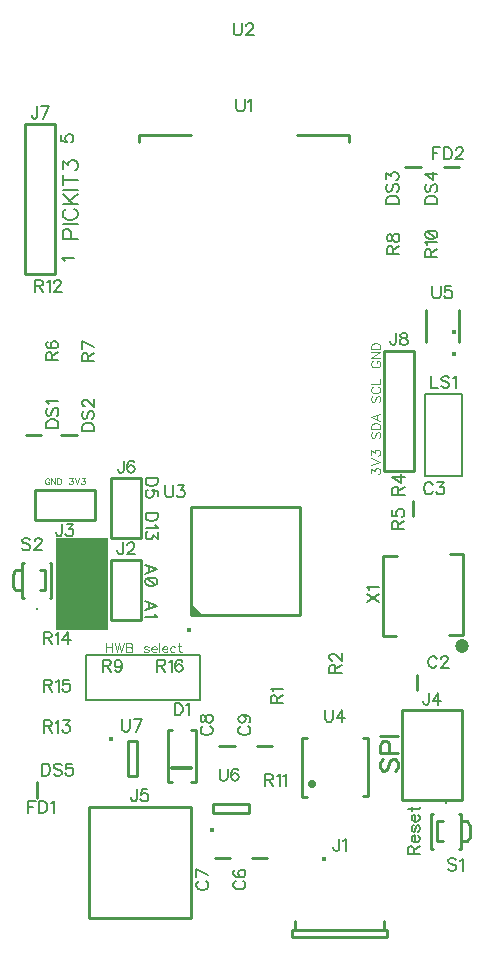
<source format=gbr>
G04 DipTrace 3.0.0.2*
G04 TopSilk.gbr*
%MOIN*%
G04 #@! TF.FileFunction,Legend,Top*
G04 #@! TF.Part,Single*
%ADD10C,0.01*%
%ADD23C,0.005*%
%ADD28C,0.011811*%
%ADD32C,0.015748*%
%ADD43C,0.005906*%
%ADD50C,0.015313*%
%ADD53C,0.027559*%
%ADD55C,0.015753*%
%ADD57C,0.015401*%
%ADD59C,0.015396*%
%ADD61C,0.047249*%
%ADD120C,0.006176*%
%ADD121C,0.004632*%
%ADD122C,0.009264*%
%ADD123C,0.003088*%
%ADD124C,0.00772*%
%FSLAX26Y26*%
G04*
G70*
G90*
G75*
G01*
G04 TopSilk*
%LPD*%
X1719664Y1172461D2*
D10*
Y1223602D1*
X1705491Y1751726D2*
Y1802867D1*
X1169573Y611963D2*
X1220715D1*
X1046214D2*
X1097356D1*
X1111135Y986331D2*
X1059993D1*
X1237251Y984887D2*
X1186109D1*
X903809Y867006D2*
X888058D1*
Y1040212D1*
X903809D1*
X966795D2*
X982546D1*
Y867006D1*
X966795D1*
Y914231D2*
D28*
X903809D1*
X465882Y2022820D2*
D10*
X414740D1*
X584882Y2021320D2*
X533740D1*
X1679810Y2915596D2*
X1730951D1*
X1808812Y2916121D2*
X1859954D1*
X452252Y814062D2*
Y865203D1*
X1610367Y403952D2*
Y374423D1*
X1301312D2*
X1620210D1*
X1301312D2*
Y350810D1*
D32*
X1409580Y610655D3*
X1311155Y403952D2*
D10*
Y374423D1*
X1620210D2*
Y350810D1*
X1301312D2*
X1620210D1*
X699606Y1406562D2*
X799606D1*
X699606Y1606562D2*
Y1406562D1*
Y1606562D2*
X799606D1*
Y1406562D1*
X444751Y1839370D2*
Y1739370D1*
X644751Y1839370D2*
X444751D1*
X644751D2*
Y1739370D1*
X444751D1*
X1670041Y805512D2*
X1870041D1*
Y1105512D1*
X1670041D1*
Y805512D1*
X624349Y782919D2*
X965294D1*
Y411659D1*
X624349D1*
Y782919D1*
X800656Y1878609D2*
X700656D1*
X800656Y1678609D2*
Y1878609D1*
Y1678609D2*
X700656D1*
Y1878609D1*
X513517Y3059318D2*
X413517D1*
X513517Y2559318D2*
Y3059318D1*
X413517Y2559318D2*
Y3059318D1*
X513517Y2559318D2*
X413517D1*
X1709186Y2304199D2*
X1609186D1*
X1709186Y1904199D2*
Y2304199D1*
X1609186Y1904199D2*
Y2304199D1*
X1709186Y1904199D2*
X1609186D1*
X1870341Y2161089D2*
D43*
X1744357D1*
Y1885499D1*
X1870341D1*
Y2161089D1*
X1786831Y735049D2*
D10*
Y668124D1*
X1767152Y760666D2*
Y642543D1*
X1865573Y760666D2*
Y642543D1*
X1786831Y668124D2*
X1806523D1*
X1786831Y735049D2*
X1806523D1*
X1767152Y642543D2*
X1773064D1*
X1767152Y760666D2*
X1773064D1*
X1865573Y642543D2*
X1859675D1*
X1865573Y760666D2*
X1859675D1*
X1865573Y735049D2*
X1887236D1*
X1895105Y719302D1*
Y683889D1*
X1865573Y668124D2*
X1887236D1*
X1895105Y683889D1*
D28*
X1816369Y796107D3*
X480715Y1504590D2*
D10*
Y1571516D1*
X500394Y1478973D2*
Y1597096D1*
X401972Y1478973D2*
Y1597096D1*
X480715Y1571516D2*
X461023D1*
X480715Y1504590D2*
X461023D1*
X500394Y1597096D2*
X494482D1*
X500394Y1478973D2*
X494482D1*
X401972Y1597096D2*
X407871D1*
X401972Y1478973D2*
X407871D1*
X401972Y1504590D2*
X380310D1*
X372441Y1520337D1*
Y1555750D1*
X401972Y1571516D2*
X380310D1*
X372441Y1555750D1*
D28*
X451177Y1443533D3*
X965717Y3023697D2*
D10*
X791750D1*
Y2999842D1*
X1319713Y3023697D2*
X1491715D1*
Y2999842D1*
X967210Y1422197D2*
X1329377D1*
Y1784364D1*
X967210D1*
Y1422197D1*
D50*
X959714Y1374249D3*
G36*
X967210Y1422197D2*
X1006565D1*
X967210Y1461552D1*
Y1422197D1*
G37*
X1351634Y1011930D2*
D10*
X1335892D1*
Y815104D1*
X1351634D1*
X1540623Y1011930D2*
X1556365D1*
Y819040D1*
X1540623D1*
D53*
X1369360Y860362D3*
X1858727Y2332879D2*
D10*
Y2438904D1*
X1748491Y2332879D2*
Y2438904D1*
D55*
X1842980Y2366212D3*
Y2291405D3*
D57*
X1035291Y707128D3*
X1040553Y761193D2*
D10*
X1158661D1*
X1040553Y792684D2*
X1158661D1*
Y761193D2*
Y792684D1*
X1040553Y761193D2*
Y792684D1*
D59*
X700034Y1008279D3*
X754102Y1003016D2*
D10*
Y884908D1*
X785594Y1003016D2*
Y884908D1*
X754102D2*
X785594D1*
X754102Y1003016D2*
X785594D1*
X1648430Y1353263D2*
X1605118D1*
Y1621004D1*
X1648430D1*
X1652367D1*
X1829521Y1624920D2*
X1872833D1*
Y1357217D1*
X1829521D1*
X1825584D1*
D61*
X1868895Y1317852D3*
X614173Y1288845D2*
D23*
X994619D1*
Y1138583D1*
X614173D1*
Y1288845D1*
G36*
X514304Y1677953D2*
X689764D1*
Y1371785D1*
X514304D1*
Y1677953D1*
G37*
X1785316Y1276587D2*
D120*
X1783414Y1280389D1*
X1779568Y1284236D1*
X1775765Y1286138D1*
X1768116D1*
X1764269Y1284236D1*
X1760466Y1280389D1*
X1758521Y1276587D1*
X1756620Y1270839D1*
Y1261244D1*
X1758521Y1255540D1*
X1760466Y1251694D1*
X1764269Y1247891D1*
X1768116Y1245946D1*
X1775765D1*
X1779568Y1247891D1*
X1783414Y1251694D1*
X1785316Y1255540D1*
X1799613Y1276543D2*
Y1278444D1*
X1801514Y1282291D1*
X1803415Y1284192D1*
X1807262Y1286093D1*
X1814911D1*
X1818714Y1284192D1*
X1820615Y1282291D1*
X1822560Y1278444D1*
Y1274641D1*
X1820615Y1270795D1*
X1816812Y1265091D1*
X1797667Y1245946D1*
X1824462D1*
X1771142Y1855852D2*
X1769241Y1859655D1*
X1765394Y1863501D1*
X1761592Y1865403D1*
X1753943D1*
X1750096Y1863501D1*
X1746293Y1859655D1*
X1744348Y1855852D1*
X1742446Y1850104D1*
Y1840509D1*
X1744348Y1834805D1*
X1746293Y1830959D1*
X1750096Y1827156D1*
X1753943Y1825211D1*
X1761592D1*
X1765394Y1827156D1*
X1769241Y1830959D1*
X1771142Y1834805D1*
X1787341Y1865358D2*
X1808343D1*
X1796891Y1850060D1*
X1802639D1*
X1806442Y1848159D1*
X1808343Y1846257D1*
X1810288Y1840509D1*
Y1836707D1*
X1808343Y1830959D1*
X1804540Y1827112D1*
X1798792Y1825211D1*
X1793044D1*
X1787341Y1827112D1*
X1785439Y1829057D1*
X1783494Y1832860D1*
X1116589Y536834D2*
X1112786Y534933D1*
X1108940Y531086D1*
X1107038Y527284D1*
Y519635D1*
X1108940Y515788D1*
X1112786Y511985D1*
X1116589Y510040D1*
X1122337Y508138D1*
X1131932D1*
X1137636Y510040D1*
X1141482Y511985D1*
X1145285Y515788D1*
X1147230Y519635D1*
Y527284D1*
X1145285Y531086D1*
X1141482Y534933D1*
X1137636Y536834D1*
X1112786Y572134D2*
X1108984Y570232D1*
X1107083Y564484D1*
Y560682D1*
X1108984Y554934D1*
X1114732Y551087D1*
X1124282Y549186D1*
X1133833D1*
X1141482Y551087D1*
X1145329Y554934D1*
X1147230Y560682D1*
Y562583D1*
X1145329Y568287D1*
X1141482Y572134D1*
X1135734Y574035D1*
X1133833D1*
X1128085Y572134D1*
X1124282Y568287D1*
X1122381Y562583D1*
Y560682D1*
X1124282Y554934D1*
X1128085Y551087D1*
X1133833Y549186D1*
X993229Y535862D2*
X989427Y533960D1*
X985580Y530114D1*
X983679Y526311D1*
Y518662D1*
X985580Y514815D1*
X989427Y511012D1*
X993229Y509067D1*
X998977Y507166D1*
X1008572D1*
X1014276Y509067D1*
X1018123Y511012D1*
X1021925Y514815D1*
X1023871Y518662D1*
Y526311D1*
X1021925Y530114D1*
X1018123Y533960D1*
X1014276Y535862D1*
X1023871Y555862D2*
X983723Y575008D1*
Y548213D1*
X1007009Y1052004D2*
X1003206Y1050103D1*
X999360Y1046256D1*
X997458Y1042454D1*
Y1034805D1*
X999360Y1030958D1*
X1003206Y1027155D1*
X1007009Y1025210D1*
X1012757Y1023309D1*
X1022352D1*
X1028056Y1025210D1*
X1031902Y1027155D1*
X1035705Y1030958D1*
X1037650Y1034805D1*
Y1042454D1*
X1035705Y1046256D1*
X1031902Y1050103D1*
X1028056Y1052004D1*
X997503Y1073906D2*
X999404Y1068203D1*
X1003206Y1066257D1*
X1007053D1*
X1010856Y1068203D1*
X1012801Y1072005D1*
X1014702Y1079654D1*
X1016604Y1085402D1*
X1020450Y1089205D1*
X1024253Y1091106D1*
X1030001D1*
X1033804Y1089205D1*
X1035749Y1087304D1*
X1037650Y1081556D1*
Y1073906D1*
X1035749Y1068203D1*
X1033804Y1066257D1*
X1030001Y1064356D1*
X1024253D1*
X1020450Y1066257D1*
X1016604Y1070104D1*
X1014702Y1075808D1*
X1012801Y1083457D1*
X1010856Y1087304D1*
X1007053Y1089205D1*
X1003206D1*
X999404Y1087304D1*
X997503Y1081556D1*
Y1073906D1*
X1133124Y1051489D2*
X1129322Y1049588D1*
X1125475Y1045741D1*
X1123574Y1041939D1*
Y1034290D1*
X1125475Y1030443D1*
X1129322Y1026640D1*
X1133124Y1024695D1*
X1138872Y1022794D1*
X1148467D1*
X1154171Y1024695D1*
X1158018Y1026640D1*
X1161820Y1030443D1*
X1163766Y1034290D1*
Y1041939D1*
X1161820Y1045741D1*
X1158018Y1049588D1*
X1154171Y1051489D1*
X1136971Y1088734D2*
X1142719Y1086789D1*
X1146566Y1082986D1*
X1148467Y1077238D1*
Y1075337D1*
X1146566Y1069589D1*
X1142719Y1065786D1*
X1136971Y1063841D1*
X1135070D1*
X1129322Y1065786D1*
X1125519Y1069589D1*
X1123618Y1075337D1*
Y1077238D1*
X1125519Y1082986D1*
X1129322Y1086789D1*
X1136971Y1088734D1*
X1146566D1*
X1156117Y1086789D1*
X1161865Y1082986D1*
X1163766Y1077238D1*
Y1073436D1*
X1161865Y1067688D1*
X1158018Y1065786D1*
X910931Y1129313D2*
Y1089121D1*
X924329D1*
X930077Y1091067D1*
X933924Y1094869D1*
X935825Y1098716D1*
X937726Y1104420D1*
Y1114015D1*
X935825Y1119763D1*
X933924Y1123565D1*
X930077Y1127412D1*
X924329Y1129313D1*
X910931D1*
X950077Y1121620D2*
X953924Y1123565D1*
X959672Y1129269D1*
Y1089121D1*
X483406Y2047764D2*
X523598D1*
Y2061161D1*
X521652Y2066909D1*
X517850Y2070756D1*
X514003Y2072657D1*
X508299Y2074559D1*
X498704D1*
X492956Y2072657D1*
X489154Y2070756D1*
X485307Y2066909D1*
X483406Y2061161D1*
Y2047764D1*
X489154Y2113705D2*
X485307Y2109902D1*
X483406Y2104154D1*
Y2096505D1*
X485307Y2090757D1*
X489154Y2086910D1*
X492956D1*
X496803Y2088856D1*
X498704Y2090757D1*
X500605Y2094559D1*
X504452Y2106055D1*
X506353Y2109902D1*
X508299Y2111803D1*
X512102Y2113705D1*
X517850D1*
X521652Y2109902D1*
X523598Y2104154D1*
Y2096505D1*
X521652Y2090757D1*
X517850Y2086910D1*
X491099Y2126056D2*
X489154Y2129903D1*
X483450Y2135651D1*
X523598D1*
X602406Y2037664D2*
X642598D1*
Y2051061D1*
X640652Y2056809D1*
X636850Y2060656D1*
X633003Y2062557D1*
X627299Y2064459D1*
X617704D1*
X611956Y2062557D1*
X608154Y2060656D1*
X604307Y2056809D1*
X602406Y2051061D1*
Y2037664D1*
X608154Y2103605D2*
X604307Y2099802D1*
X602406Y2094054D1*
Y2086405D1*
X604307Y2080657D1*
X608154Y2076810D1*
X611956D1*
X615803Y2078756D1*
X617704Y2080657D1*
X619605Y2084459D1*
X623452Y2095955D1*
X625353Y2099802D1*
X627299Y2101703D1*
X631102Y2103605D1*
X636850D1*
X640652Y2099802D1*
X642598Y2094054D1*
Y2086405D1*
X640652Y2080657D1*
X636850Y2076810D1*
X612000Y2117902D2*
X610099D1*
X606252Y2119803D1*
X604351Y2121704D1*
X602450Y2125551D1*
Y2133200D1*
X604351Y2137003D1*
X606252Y2138904D1*
X610099Y2140850D1*
X613902Y2140849D1*
X617748Y2138904D1*
X623452Y2135101D1*
X642598Y2115956D1*
Y2142751D1*
X1617275Y2794165D2*
X1657467D1*
Y2807563D1*
X1655521Y2813311D1*
X1651719Y2817157D1*
X1647872Y2819059D1*
X1642168Y2820960D1*
X1632573D1*
X1626825Y2819059D1*
X1623023Y2817157D1*
X1619176Y2813311D1*
X1617275Y2807563D1*
Y2794165D1*
X1623023Y2860106D2*
X1619176Y2856304D1*
X1617275Y2850555D1*
Y2842906D1*
X1619176Y2837158D1*
X1623023Y2833311D1*
X1626825D1*
X1630672Y2835257D1*
X1632573Y2837158D1*
X1634475Y2840961D1*
X1638321Y2852457D1*
X1640223Y2856303D1*
X1642168Y2858205D1*
X1645971Y2860106D1*
X1651719D1*
X1655521Y2856303D1*
X1657467Y2850555D1*
Y2842906D1*
X1655521Y2837158D1*
X1651719Y2833311D1*
X1617319Y2876304D2*
Y2897307D1*
X1632617Y2885855D1*
Y2891603D1*
X1634519Y2895405D1*
X1636420Y2897307D1*
X1642168Y2899252D1*
X1645971D1*
X1651719Y2897307D1*
X1655565Y2893504D1*
X1657467Y2887756D1*
Y2882008D1*
X1655565Y2876304D1*
X1653620Y2874403D1*
X1649817Y2872457D1*
X1746277Y2793740D2*
X1786469D1*
Y2807137D1*
X1784524Y2812885D1*
X1780721Y2816732D1*
X1776874Y2818633D1*
X1771171Y2820534D1*
X1761576D1*
X1755828Y2818633D1*
X1752025Y2816732D1*
X1748178Y2812885D1*
X1746277Y2807137D1*
Y2793740D1*
X1752025Y2859680D2*
X1748179Y2855878D1*
X1746277Y2850130D1*
Y2842480D1*
X1748179Y2836732D1*
X1752025Y2832886D1*
X1755828D1*
X1759675Y2834831D1*
X1761576Y2836732D1*
X1763477Y2840535D1*
X1767324Y2852031D1*
X1769225Y2855878D1*
X1771171Y2857779D1*
X1774973Y2859680D1*
X1780721D1*
X1784524Y2855878D1*
X1786469Y2850130D1*
Y2842480D1*
X1784524Y2836732D1*
X1780721Y2832886D1*
X1786469Y2891177D2*
X1746321D1*
X1773072Y2872032D1*
Y2900728D1*
X468596Y927739D2*
Y887547D1*
X481993D1*
X487741Y889492D1*
X491588Y893295D1*
X493489Y897141D1*
X495390Y902845D1*
Y912440D1*
X493489Y918188D1*
X491588Y921991D1*
X487741Y925837D1*
X481993Y927739D1*
X468596D1*
X534536Y921991D2*
X530734Y925837D1*
X524986Y927739D1*
X517337D1*
X511589Y925837D1*
X507742Y921991D1*
Y918188D1*
X509687Y914341D1*
X511589Y912440D1*
X515391Y910539D1*
X526887Y906692D1*
X530734Y904791D1*
X532635Y902845D1*
X534536Y899043D1*
Y893295D1*
X530734Y889492D1*
X524986Y887547D1*
X517337D1*
X511589Y889492D1*
X507742Y893295D1*
X569836Y927694D2*
X550735D1*
X548833Y910494D1*
X550735Y912396D1*
X556483Y914341D1*
X562186D1*
X567934Y912396D1*
X571781Y908593D1*
X573683Y902845D1*
Y899043D1*
X571781Y893295D1*
X567934Y889448D1*
X562186Y887547D1*
X556483D1*
X550735Y889448D1*
X548833Y891393D1*
X546888Y895196D1*
X448174Y802935D2*
X423280D1*
Y762743D1*
Y783790D2*
X438579D1*
X460525Y802935D2*
Y762743D1*
X473922D1*
X479670Y764689D1*
X483517Y768491D1*
X485418Y772338D1*
X487320Y778042D1*
Y787637D1*
X485418Y793385D1*
X483517Y797187D1*
X479670Y801034D1*
X473922Y802935D1*
X460525D1*
X499671Y795242D2*
X503518Y797187D1*
X509266Y802891D1*
Y762743D1*
X1795742Y2981676D2*
X1770848D1*
Y2941484D1*
Y2962530D2*
X1786147D1*
X1808093Y2981676D2*
Y2941484D1*
X1821490D1*
X1827238Y2943429D1*
X1831085Y2947232D1*
X1832986Y2951078D1*
X1834888Y2956782D1*
Y2966377D1*
X1832986Y2972125D1*
X1831085Y2975928D1*
X1827238Y2979774D1*
X1821490Y2981676D1*
X1808093D1*
X1849185Y2972081D2*
Y2973982D1*
X1851086Y2977829D1*
X1852987Y2979730D1*
X1856834Y2981631D1*
X1864483D1*
X1868286Y2979730D1*
X1870187Y2977829D1*
X1872132Y2973982D1*
Y2970180D1*
X1870187Y2966333D1*
X1866384Y2960629D1*
X1847239Y2941484D1*
X1874034D1*
X1459361Y677104D2*
Y646507D1*
X1457459Y640759D1*
X1455514Y638858D1*
X1451711Y636912D1*
X1447865D1*
X1444062Y638858D1*
X1442161Y640759D1*
X1440215Y646507D1*
Y650309D1*
X1471712Y669411D2*
X1475559Y671356D1*
X1481307Y677060D1*
Y636912D1*
X739606Y1665140D2*
Y1634543D1*
X737705Y1628795D1*
X735759Y1626894D1*
X731957Y1624948D1*
X728110D1*
X724307Y1626894D1*
X722406Y1628795D1*
X720461Y1634543D1*
Y1638345D1*
X753903Y1655545D2*
Y1657447D1*
X755804Y1661293D1*
X757705Y1663195D1*
X761552Y1665096D1*
X769201D1*
X773004Y1663195D1*
X774905Y1661293D1*
X776851Y1657447D1*
Y1653644D1*
X774905Y1649797D1*
X771103Y1644094D1*
X751957Y1624948D1*
X778752D1*
X534750Y1725803D2*
Y1695206D1*
X532849Y1689458D1*
X530904Y1687557D1*
X527101Y1685611D1*
X523254D1*
X519452Y1687557D1*
X517550Y1689458D1*
X515605Y1695206D1*
Y1699008D1*
X550948Y1725759D2*
X571951D1*
X560499Y1710460D1*
X566247D1*
X570050Y1708559D1*
X571951Y1706658D1*
X573896Y1700910D1*
Y1697107D1*
X571951Y1691359D1*
X568148Y1687512D1*
X562400Y1685611D1*
X556652D1*
X550948Y1687512D1*
X549047Y1689458D1*
X547102Y1693260D1*
X1759090Y1164090D2*
Y1133493D1*
X1757188Y1127745D1*
X1755243Y1125844D1*
X1751440Y1123898D1*
X1747594D1*
X1743791Y1125844D1*
X1741890Y1127745D1*
X1739944Y1133493D1*
Y1137296D1*
X1790586Y1123898D2*
Y1164046D1*
X1771441Y1137296D1*
X1800137D1*
X784821Y841497D2*
Y810900D1*
X782920Y805152D1*
X780974Y803251D1*
X777172Y801305D1*
X773325D1*
X769523Y803251D1*
X767621Y805152D1*
X765676Y810900D1*
Y814702D1*
X820120Y841453D2*
X801019D1*
X799118Y824253D1*
X801019Y826154D1*
X806767Y828100D1*
X812471D1*
X818219Y826154D1*
X822066Y822352D1*
X823967Y816604D1*
Y812801D1*
X822066Y807053D1*
X818219Y803206D1*
X812471Y801305D1*
X806767D1*
X801019Y803206D1*
X799118Y805152D1*
X797173Y808954D1*
X741629Y1937187D2*
Y1906590D1*
X739727Y1900842D1*
X737782Y1898941D1*
X733979Y1896995D1*
X730132D1*
X726330Y1898941D1*
X724429Y1900842D1*
X722483Y1906590D1*
Y1910393D1*
X776928Y1931439D2*
X775027Y1935242D1*
X769279Y1937143D1*
X765476D1*
X759728Y1935242D1*
X755881Y1929494D1*
X753980Y1919943D1*
Y1910393D1*
X755881Y1902743D1*
X759728Y1898897D1*
X765476Y1896995D1*
X767377D1*
X773081Y1898897D1*
X776928Y1902743D1*
X778829Y1908491D1*
Y1910393D1*
X776928Y1916141D1*
X773081Y1919943D1*
X767377Y1921845D1*
X765476D1*
X759728Y1919943D1*
X755881Y1916141D1*
X753980Y1910393D1*
X453517Y3117896D2*
Y3087299D1*
X451615Y3081551D1*
X449670Y3079650D1*
X445867Y3077704D1*
X442021D1*
X438218Y3079650D1*
X436317Y3081551D1*
X434371Y3087299D1*
Y3091101D1*
X473517Y3077704D2*
X492663Y3117852D1*
X465868D1*
X1649208Y2362778D2*
Y2332181D1*
X1647307Y2326433D1*
X1645361Y2324531D1*
X1641559Y2322586D1*
X1637712D1*
X1633910Y2324531D1*
X1632008Y2326433D1*
X1630063Y2332181D1*
Y2335983D1*
X1671110Y2362734D2*
X1665406Y2360832D1*
X1663461Y2357030D1*
Y2353183D1*
X1665406Y2349381D1*
X1669209Y2347435D1*
X1676858Y2345534D1*
X1682606Y2343633D1*
X1686409Y2339786D1*
X1688310Y2335983D1*
Y2330235D1*
X1686409Y2326433D1*
X1684507Y2324487D1*
X1678759Y2322586D1*
X1671110D1*
X1665406Y2324487D1*
X1663461Y2326433D1*
X1661560Y2330235D1*
Y2335983D1*
X1663461Y2339786D1*
X1667308Y2343633D1*
X1673011Y2345534D1*
X1680661Y2347435D1*
X1684507Y2349381D1*
X1686409Y2353183D1*
Y2357030D1*
X1684507Y2360832D1*
X1678759Y2362734D1*
X1671110D1*
X1765329Y2219668D2*
Y2179476D1*
X1788277D1*
X1827423Y2213920D2*
X1823620Y2217766D1*
X1817872Y2219668D1*
X1810223D1*
X1804475Y2217766D1*
X1800628Y2213920D1*
Y2210117D1*
X1802574Y2206270D1*
X1804475Y2204369D1*
X1808278Y2202468D1*
X1819774Y2198621D1*
X1823620Y2196720D1*
X1825522Y2194774D1*
X1827423Y2190972D1*
Y2185224D1*
X1823620Y2181421D1*
X1817872Y2179476D1*
X1810223D1*
X1804475Y2181421D1*
X1800628Y2185224D1*
X1839774Y2211974D2*
X1843621Y2213920D1*
X1849369Y2219623D1*
Y2179476D1*
X1251249Y1128911D2*
Y1146110D1*
X1249304Y1151858D1*
X1247403Y1153804D1*
X1243600Y1155705D1*
X1239753D1*
X1235951Y1153804D1*
X1234005Y1151858D1*
X1232104Y1146110D1*
Y1128911D1*
X1272296D1*
X1251249Y1142308D2*
X1272296Y1155705D1*
X1239798Y1168057D2*
X1237852Y1171903D1*
X1232148Y1177651D1*
X1272296D1*
X1446492Y1229759D2*
Y1246959D1*
X1444546Y1252707D1*
X1442645Y1254653D1*
X1438843Y1256554D1*
X1434996D1*
X1431193Y1254653D1*
X1429248Y1252707D1*
X1427347Y1246959D1*
X1427346Y1229759D1*
X1467538D1*
X1446492Y1243157D2*
X1467539Y1256554D1*
X1436941Y1270851D2*
X1435040D1*
X1431193Y1272752D1*
X1429292Y1274653D1*
X1427391Y1278500D1*
Y1286150D1*
X1429292Y1289952D1*
X1431193Y1291853D1*
X1435040Y1293799D1*
X1438843D1*
X1442689Y1291853D1*
X1448393Y1288051D1*
X1467539Y1268905D1*
Y1295700D1*
X1656499Y1824084D2*
Y1841284D1*
X1654553Y1847032D1*
X1652652Y1848978D1*
X1648849Y1850879D1*
X1645003D1*
X1641200Y1848978D1*
X1639255Y1847032D1*
X1637353Y1841284D1*
Y1824084D1*
X1677545D1*
X1656499Y1837482D2*
X1677545Y1850879D1*
Y1882376D2*
X1637398D1*
X1664148Y1863230D1*
Y1891926D1*
X1655711Y1710862D2*
Y1728062D1*
X1653766Y1733810D1*
X1651865Y1735755D1*
X1648062Y1737656D1*
X1644215D1*
X1640413Y1735755D1*
X1638467Y1733810D1*
X1636566Y1728062D1*
Y1710862D1*
X1676758D1*
X1655711Y1724259D2*
X1676758Y1737656D1*
X1636610Y1772956D2*
Y1753855D1*
X1653810Y1751953D1*
X1651909Y1753855D1*
X1649963Y1759603D1*
Y1765306D1*
X1651909Y1771054D1*
X1655711Y1774901D1*
X1661459Y1776802D1*
X1665262D1*
X1671010Y1774901D1*
X1674857Y1771054D1*
X1676758Y1765306D1*
Y1759603D1*
X1674857Y1753854D1*
X1672911Y1751953D1*
X1669109Y1750008D1*
X502051Y2272105D2*
Y2289305D1*
X500105Y2295053D1*
X498204Y2296998D1*
X494402Y2298900D1*
X490555D1*
X486752Y2296998D1*
X484807Y2295053D1*
X482906Y2289305D1*
Y2272105D1*
X523098D1*
X502051Y2285502D2*
X523098Y2298899D1*
X488654Y2334199D2*
X484851Y2332298D1*
X482950Y2326549D1*
Y2322747D1*
X484851Y2316999D1*
X490599Y2313152D1*
X500150Y2311251D1*
X509700D1*
X517350Y2313152D1*
X521196Y2316999D1*
X523098Y2322747D1*
Y2324648D1*
X521196Y2330352D1*
X517350Y2334199D1*
X511602Y2336100D1*
X509700D1*
X503952Y2334199D1*
X500150Y2330352D1*
X498248Y2324648D1*
Y2322747D1*
X500150Y2316999D1*
X503952Y2313152D1*
X509700Y2311251D1*
X621551Y2269632D2*
Y2286832D1*
X619605Y2292580D1*
X617704Y2294525D1*
X613902Y2296427D1*
X610055D1*
X606252Y2294525D1*
X604307Y2292580D1*
X602406Y2286832D1*
Y2269632D1*
X642598D1*
X621551Y2283029D2*
X642598Y2296427D1*
Y2316427D2*
X602450Y2335573D1*
Y2308778D1*
X1639045Y2627157D2*
Y2644357D1*
X1637099Y2650105D1*
X1635198Y2652050D1*
X1631395Y2653951D1*
X1627549D1*
X1623746Y2652050D1*
X1621801Y2650105D1*
X1619899Y2644357D1*
Y2627157D1*
X1660091D1*
X1639045Y2640554D2*
X1660091Y2653951D1*
X1619944Y2675853D2*
X1621845Y2670150D1*
X1625647Y2668204D1*
X1629494D1*
X1633297Y2670150D1*
X1635242Y2673952D1*
X1637143Y2681601D1*
X1639045Y2687349D1*
X1642891Y2691152D1*
X1646694Y2693053D1*
X1652442D1*
X1656245Y2691152D1*
X1658190Y2689251D1*
X1660091Y2683503D1*
Y2675853D1*
X1658190Y2670150D1*
X1656245Y2668204D1*
X1652442Y2666303D1*
X1646694D1*
X1642891Y2668204D1*
X1639045Y2672051D1*
X1637143Y2677755D1*
X1635242Y2685404D1*
X1633297Y2689251D1*
X1629494Y2691152D1*
X1625647D1*
X1621845Y2689251D1*
X1619944Y2683503D1*
Y2675853D1*
X671786Y1254131D2*
X688986D1*
X694734Y1256077D1*
X696679Y1257978D1*
X698581Y1261781D1*
Y1265627D1*
X696679Y1269430D1*
X694734Y1271375D1*
X688986Y1273277D1*
X671786D1*
Y1233085D1*
X685183Y1254131D2*
X698581Y1233085D1*
X735826Y1259879D2*
X733880Y1254131D1*
X730077Y1250284D1*
X724329Y1248383D1*
X722428D1*
X716680Y1250284D1*
X712878Y1254131D1*
X710932Y1259879D1*
Y1261781D1*
X712878Y1267529D1*
X716680Y1271331D1*
X722428Y1273232D1*
X724329D1*
X730077Y1271331D1*
X733880Y1267529D1*
X735826Y1259879D1*
Y1250284D1*
X733880Y1240734D1*
X730077Y1234986D1*
X724329Y1233085D1*
X720527D1*
X714779Y1234986D1*
X712878Y1238833D1*
X1765291Y2616555D2*
Y2633755D1*
X1763346Y2639503D1*
X1761445Y2641449D1*
X1757642Y2643350D1*
X1753795D1*
X1749993Y2641449D1*
X1748047Y2639503D1*
X1746146Y2633755D1*
Y2616555D1*
X1786338D1*
X1765291Y2629953D2*
X1786338Y2643350D1*
X1753840Y2655701D2*
X1751894Y2659548D1*
X1746190Y2665296D1*
X1786338D1*
X1746190Y2689144D2*
X1748092Y2683396D1*
X1753840Y2679549D1*
X1763390Y2677648D1*
X1769138D1*
X1778689Y2679549D1*
X1784437Y2683396D1*
X1786338Y2689144D1*
Y2692946D1*
X1784437Y2698694D1*
X1778689Y2702497D1*
X1769138Y2704442D1*
X1763390D1*
X1753840Y2702497D1*
X1748091Y2698694D1*
X1746190Y2692946D1*
Y2689144D1*
X1753840Y2702497D2*
X1778689Y2679549D1*
X1212950Y873029D2*
X1230150D1*
X1235898Y874974D1*
X1237844Y876876D1*
X1239745Y880678D1*
Y884525D1*
X1237844Y888328D1*
X1235898Y890273D1*
X1230150Y892174D1*
X1212950D1*
Y851982D1*
X1226348Y873029D2*
X1239745Y851982D1*
X1252097Y884481D2*
X1255943Y886426D1*
X1261691Y892130D1*
Y851982D1*
X1274043Y884481D2*
X1277889Y886426D1*
X1283637Y892130D1*
Y851982D1*
X446345Y2520273D2*
X463545D1*
X469293Y2522218D1*
X471239Y2524120D1*
X473140Y2527922D1*
Y2531769D1*
X471239Y2535572D1*
X469293Y2537517D1*
X463545Y2539418D1*
X446345D1*
Y2499226D1*
X459743Y2520273D2*
X473140Y2499226D1*
X485491Y2531725D2*
X489338Y2533670D1*
X495086Y2539374D1*
Y2499226D1*
X509383Y2529824D2*
Y2531725D1*
X511284Y2535572D1*
X513186Y2537473D1*
X517032Y2539374D1*
X524682D1*
X528484Y2537473D1*
X530385Y2535572D1*
X532331Y2531725D1*
Y2527922D1*
X530385Y2524076D1*
X526583Y2518372D1*
X507438Y2499226D1*
X534232D1*
X475085Y1052163D2*
X492285D1*
X498033Y1054108D1*
X499979Y1056010D1*
X501880Y1059812D1*
Y1063659D1*
X499979Y1067461D1*
X498033Y1069407D1*
X492285Y1071308D1*
X475085D1*
Y1031116D1*
X488483Y1052163D2*
X501880Y1031116D1*
X514231Y1063615D2*
X518078Y1065560D1*
X523826Y1071264D1*
Y1031116D1*
X540024Y1071264D2*
X561027D1*
X549575Y1055965D1*
X555323D1*
X559126Y1054064D1*
X561027Y1052163D1*
X562972Y1046415D1*
Y1042612D1*
X561027Y1036864D1*
X557224Y1033017D1*
X551476Y1031116D1*
X545728D1*
X540024Y1033017D1*
X538123Y1034963D1*
X536178Y1038765D1*
X475053Y1346257D2*
X492253D1*
X498001Y1348203D1*
X499947Y1350104D1*
X501848Y1353907D1*
Y1357753D1*
X499947Y1361556D1*
X498001Y1363501D1*
X492253Y1365403D1*
X475053D1*
Y1325211D1*
X488451Y1346257D2*
X501848Y1325211D1*
X514199Y1357709D2*
X518046Y1359655D1*
X523794Y1365358D1*
Y1325211D1*
X555291D2*
Y1365358D1*
X536146Y1338608D1*
X564842D1*
X475479Y1188646D2*
X492679D1*
X498427Y1190591D1*
X500373Y1192492D1*
X502274Y1196295D1*
Y1200142D1*
X500373Y1203944D1*
X498427Y1205890D1*
X492679Y1207791D1*
X475479D1*
Y1167599D1*
X488876Y1188646D2*
X502274Y1167599D1*
X514625Y1200098D2*
X518472Y1202043D1*
X524220Y1207747D1*
Y1167599D1*
X559519Y1207747D2*
X540418D1*
X538517Y1190547D1*
X540418Y1192448D1*
X546166Y1194394D1*
X551870D1*
X557618Y1192448D1*
X561465Y1188646D1*
X563366Y1182898D1*
Y1179095D1*
X561465Y1173347D1*
X557618Y1169500D1*
X551870Y1167599D1*
X546166D1*
X540418Y1169500D1*
X538517Y1171446D1*
X536571Y1175248D1*
X852699Y1254000D2*
X869898D1*
X875646Y1255946D1*
X877592Y1257847D1*
X879493Y1261649D1*
Y1265496D1*
X877592Y1269299D1*
X875646Y1271244D1*
X869898Y1273145D1*
X852699D1*
Y1232953D1*
X866096Y1254000D2*
X879493Y1232953D1*
X891845Y1265452D2*
X895691Y1267397D1*
X901439Y1273101D1*
Y1232953D1*
X936739Y1267397D2*
X934837Y1271200D1*
X929089Y1273101D1*
X925287D1*
X919539Y1271200D1*
X915692Y1265452D1*
X913791Y1255901D1*
Y1246351D1*
X915692Y1238701D1*
X919539Y1234855D1*
X925287Y1232953D1*
X927188D1*
X932892Y1234855D1*
X936739Y1238701D1*
X938640Y1244449D1*
Y1246351D1*
X936739Y1252099D1*
X932892Y1255901D1*
X927188Y1257803D1*
X925287D1*
X919539Y1255901D1*
X915692Y1252099D1*
X913791Y1246351D1*
X1849970Y605395D2*
X1846168Y609241D1*
X1840420Y611143D1*
X1832770D1*
X1827022Y609241D1*
X1823176Y605395D1*
Y601592D1*
X1825121Y597745D1*
X1827022Y595844D1*
X1830825Y593943D1*
X1842321Y590096D1*
X1846168Y588195D1*
X1848069Y586249D1*
X1849970Y582447D1*
Y576699D1*
X1846168Y572896D1*
X1840420Y570951D1*
X1832770D1*
X1827022Y572896D1*
X1823176Y576699D1*
X1862322Y603449D2*
X1866168Y605395D1*
X1871916Y611099D1*
Y570951D1*
X430242Y1673565D2*
X426439Y1677412D1*
X420691Y1679313D1*
X413042D1*
X407294Y1677412D1*
X403447Y1673565D1*
Y1669763D1*
X405392Y1665916D1*
X407294Y1664015D1*
X411096Y1662113D1*
X422592Y1658267D1*
X426439Y1656365D1*
X428340Y1654420D1*
X430242Y1650617D1*
Y1644869D1*
X426439Y1641067D1*
X420691Y1639121D1*
X413042D1*
X407294Y1641067D1*
X403447Y1644869D1*
X444539Y1669719D2*
Y1671620D1*
X446440Y1675467D1*
X448341Y1677368D1*
X452188Y1679269D1*
X459837D1*
X463640Y1677368D1*
X465541Y1675467D1*
X467486Y1671620D1*
Y1667817D1*
X465541Y1663971D1*
X461738Y1658267D1*
X442593Y1639121D1*
X469388D1*
X1117362Y3141859D2*
Y3113163D1*
X1119263Y3107415D1*
X1123110Y3103613D1*
X1128858Y3101667D1*
X1132660D1*
X1138408Y3103613D1*
X1142255Y3107415D1*
X1144157Y3113163D1*
Y3141859D1*
X1156508Y3134166D2*
X1160355Y3136111D1*
X1166103Y3141815D1*
Y3101667D1*
X1108762Y3395497D2*
Y3366801D1*
X1110663Y3361053D1*
X1114510Y3357251D1*
X1120258Y3355305D1*
X1124061D1*
X1129809Y3357251D1*
X1133655Y3361053D1*
X1135557Y3366801D1*
Y3395497D1*
X1149853Y3385902D2*
Y3387804D1*
X1151755Y3391650D1*
X1153656Y3393552D1*
X1157503Y3395453D1*
X1165152D1*
X1168955Y3393552D1*
X1170856Y3391650D1*
X1172801Y3387804D1*
Y3384001D1*
X1170856Y3380154D1*
X1167053Y3374450D1*
X1147908Y3355305D1*
X1174703D1*
X879628Y1854773D2*
Y1826077D1*
X881529Y1820329D1*
X885376Y1816526D1*
X891124Y1814581D1*
X894927D1*
X900675Y1816526D1*
X904521Y1820329D1*
X906423Y1826077D1*
Y1854773D1*
X922621Y1854728D2*
X943623D1*
X932171Y1839430D1*
X937919D1*
X941722Y1837529D1*
X943623Y1835627D1*
X945569Y1829879D1*
Y1826077D1*
X943623Y1820329D1*
X939821Y1816482D1*
X934073Y1814581D1*
X928325D1*
X922621Y1816482D1*
X920720Y1818427D1*
X918774Y1822230D1*
X1412208Y1105954D2*
Y1077258D1*
X1414109Y1071510D1*
X1417956Y1067707D1*
X1423704Y1065762D1*
X1427506D1*
X1433254Y1067707D1*
X1437101Y1071510D1*
X1439002Y1077258D1*
Y1105954D1*
X1470499Y1065762D2*
Y1105910D1*
X1451354Y1079159D1*
X1480050D1*
X1770639Y2518290D2*
Y2489594D1*
X1772540Y2483846D1*
X1776387Y2480043D1*
X1782135Y2478098D1*
X1785937D1*
X1791685Y2480043D1*
X1795532Y2483846D1*
X1797433Y2489594D1*
Y2518290D1*
X1832733Y2518246D2*
X1813631D1*
X1811730Y2501046D1*
X1813631Y2502947D1*
X1819379Y2504892D1*
X1825083D1*
X1830831Y2502947D1*
X1834678Y2499144D1*
X1836579Y2493396D1*
Y2489594D1*
X1834678Y2483846D1*
X1830831Y2479999D1*
X1825083Y2478098D1*
X1819379D1*
X1813631Y2479999D1*
X1811730Y2481945D1*
X1809785Y2485747D1*
X1061128Y910284D2*
Y881589D1*
X1063030Y875841D1*
X1066876Y872038D1*
X1072624Y870092D1*
X1076427D1*
X1082175Y872038D1*
X1086022Y875841D1*
X1087923Y881589D1*
Y910284D1*
X1123222Y904536D2*
X1121321Y908339D1*
X1115573Y910240D1*
X1111770D1*
X1106022Y908339D1*
X1102176Y902591D1*
X1100274Y893040D1*
Y883490D1*
X1102176Y875841D1*
X1106022Y871994D1*
X1111770Y870092D1*
X1113672D1*
X1119376Y871994D1*
X1123222Y875841D1*
X1125124Y881589D1*
Y883490D1*
X1123222Y889238D1*
X1119376Y893040D1*
X1113672Y894942D1*
X1111770D1*
X1106022Y893040D1*
X1102176Y889238D1*
X1100274Y883490D1*
X735507Y1074557D2*
Y1045862D1*
X737409Y1040113D1*
X741255Y1036311D1*
X747003Y1034365D1*
X750806D1*
X756554Y1036311D1*
X760401Y1040113D1*
X762302Y1045862D1*
Y1074557D1*
X782303Y1034365D2*
X801448Y1074513D1*
X774653D1*
X1551933Y1465840D2*
X1592125Y1492634D1*
X1551933D2*
X1592125Y1465840D1*
X1559627Y1504986D2*
X1557681Y1508832D1*
X1551978Y1514580D1*
X1592125D1*
X683156Y1329195D2*
D121*
Y1299051D1*
X703252Y1329195D2*
Y1299051D1*
X683156Y1314836D2*
X703252D1*
X712515Y1329195D2*
X719711Y1299051D1*
X726874Y1329195D1*
X734037Y1299051D1*
X741233Y1329195D1*
X750497D2*
Y1299051D1*
X763430D1*
X767741Y1300510D1*
X769167Y1301936D1*
X770593Y1304788D1*
Y1309099D1*
X769167Y1311984D1*
X767741Y1313410D1*
X763430Y1314836D1*
X767741Y1316295D1*
X769167Y1317721D1*
X770593Y1320573D1*
Y1323458D1*
X769167Y1326310D1*
X767741Y1327769D1*
X763430Y1329195D1*
X750497D1*
Y1314836D2*
X763430D1*
X824802D2*
X823376Y1317721D1*
X819065Y1319147D1*
X814754D1*
X810443Y1317721D1*
X809017Y1314836D1*
X810443Y1311984D1*
X813328Y1310525D1*
X820491Y1309099D1*
X823376Y1307673D1*
X824802Y1304788D1*
Y1303362D1*
X823376Y1300510D1*
X819065Y1299051D1*
X814754D1*
X810443Y1300510D1*
X809017Y1303362D1*
X834066Y1310525D2*
X851277D1*
Y1313410D1*
X849851Y1316295D1*
X848425Y1317721D1*
X845540Y1319147D1*
X841229D1*
X838377Y1317721D1*
X835492Y1314836D1*
X834066Y1310525D1*
Y1307673D1*
X835492Y1303362D1*
X838377Y1300510D1*
X841229Y1299051D1*
X845540D1*
X848425Y1300510D1*
X851277Y1303362D1*
X860540Y1329195D2*
Y1299051D1*
X869804Y1310525D2*
X887015D1*
Y1313410D1*
X885589Y1316295D1*
X884163Y1317721D1*
X881278Y1319147D1*
X876967D1*
X874115Y1317721D1*
X871230Y1314836D1*
X869804Y1310525D1*
Y1307673D1*
X871230Y1303362D1*
X874115Y1300510D1*
X876967Y1299051D1*
X881278D1*
X884163Y1300510D1*
X887015Y1303362D1*
X913522Y1314836D2*
X910637Y1317721D1*
X907752Y1319147D1*
X903474D1*
X900589Y1317721D1*
X897737Y1314836D1*
X896278Y1310525D1*
Y1307673D1*
X897737Y1303362D1*
X900589Y1300510D1*
X903474Y1299051D1*
X907752D1*
X910637Y1300510D1*
X913522Y1303362D1*
X927097Y1329195D2*
Y1304788D1*
X928523Y1300510D1*
X931408Y1299051D1*
X934260D1*
X922786Y1319147D2*
X932834D1*
X1707590Y625847D2*
D120*
Y643046D1*
X1705645Y648794D1*
X1703744Y650740D1*
X1699941Y652641D1*
X1696094D1*
X1692292Y650740D1*
X1690346Y648794D1*
X1688445Y643046D1*
Y625847D1*
X1728637D1*
X1707590Y639244D2*
X1728637Y652641D1*
X1713338Y664992D2*
Y687940D1*
X1709492D1*
X1705645Y686039D1*
X1703744Y684138D1*
X1701842Y680291D1*
Y674543D1*
X1703744Y670741D1*
X1707590Y666894D1*
X1713338Y664992D1*
X1717141D1*
X1722889Y666894D1*
X1726691Y670740D1*
X1728637Y674543D1*
Y680291D1*
X1726691Y684138D1*
X1722889Y687940D1*
X1707590Y721338D2*
X1703744Y719437D1*
X1701842Y713689D1*
Y707941D1*
X1703744Y702193D1*
X1707590Y700292D1*
X1711393Y702193D1*
X1713338Y706040D1*
X1715240Y715590D1*
X1717141Y719437D1*
X1720988Y721338D1*
X1722889D1*
X1726691Y719437D1*
X1728637Y713689D1*
Y707941D1*
X1726691Y702193D1*
X1722889Y700292D1*
X1713338Y733690D2*
Y756638D1*
X1709492D1*
X1705645Y754736D1*
X1703744Y752835D1*
X1701842Y748988D1*
Y743240D1*
X1703744Y739438D1*
X1707590Y735591D1*
X1713338Y733690D1*
X1717141D1*
X1722889Y735591D1*
X1726691Y739438D1*
X1728637Y743240D1*
Y748988D1*
X1726691Y752835D1*
X1722889Y756638D1*
X1688445Y774737D2*
X1720988D1*
X1726691Y776638D1*
X1728637Y780485D1*
Y784288D1*
X1701842Y768989D2*
Y782386D1*
X1604379Y942850D2*
D122*
X1598609Y937146D1*
X1595757Y928524D1*
Y917050D1*
X1598609Y908428D1*
X1604379Y902658D1*
X1610083D1*
X1615853Y905576D1*
X1618705Y908428D1*
X1621557Y914132D1*
X1627327Y931376D1*
X1630179Y937146D1*
X1633097Y939998D1*
X1638801Y942850D1*
X1647423D1*
X1653127Y937146D1*
X1656045Y928524D1*
Y917050D1*
X1653127Y908428D1*
X1647423Y902658D1*
X1627327Y961377D2*
Y987243D1*
X1624475Y995799D1*
X1621557Y998717D1*
X1615853Y1001569D1*
X1607231D1*
X1601527Y998717D1*
X1598609Y995799D1*
X1595757Y987243D1*
Y961377D1*
X1656045D1*
X1595757Y1020096D2*
X1656045D1*
X493713Y1873612D2*
D123*
X492763Y1875513D1*
X490839Y1877436D1*
X488938Y1878387D1*
X485113D1*
X483190Y1877436D1*
X481289Y1875513D1*
X480316Y1873612D1*
X479365Y1870738D1*
Y1865940D1*
X480316Y1863089D1*
X481289Y1861165D1*
X483190Y1859264D1*
X485113Y1858291D1*
X488938D1*
X490839Y1859264D1*
X492763Y1861165D1*
X493713Y1863089D1*
Y1865940D1*
X488938D1*
X513286Y1878387D2*
Y1858291D1*
X499889Y1878387D1*
Y1858291D1*
X519462Y1878387D2*
Y1858291D1*
X526161D1*
X529035Y1859264D1*
X530958Y1861165D1*
X531909Y1863089D1*
X532859Y1865940D1*
Y1870738D1*
X531909Y1873612D1*
X530958Y1875513D1*
X529035Y1877436D1*
X526161Y1878387D1*
X519462D1*
X560399Y1878365D2*
X570900D1*
X565174Y1870716D1*
X568048D1*
X569950Y1869765D1*
X570900Y1868814D1*
X571873Y1865940D1*
Y1864039D1*
X570900Y1861165D1*
X568999Y1859242D1*
X566125Y1858291D1*
X563251D1*
X560399Y1859242D1*
X559448Y1860215D1*
X558476Y1862116D1*
X578049Y1878387D2*
X585698Y1858291D1*
X593347Y1878387D1*
X601446Y1878365D2*
X611948D1*
X606222Y1870716D1*
X609096D1*
X610997Y1869765D1*
X611948Y1868814D1*
X612920Y1865940D1*
Y1864039D1*
X611948Y1861165D1*
X610046Y1859242D1*
X607172Y1858291D1*
X604298D1*
X601446Y1859242D1*
X600496Y1860215D1*
X599523Y1862116D1*
X1566376Y1895096D2*
D121*
Y1910848D1*
X1577850Y1902259D1*
Y1906570D1*
X1579276Y1909422D1*
X1580702Y1910848D1*
X1585013Y1912307D1*
X1587865D1*
X1592176Y1910848D1*
X1595061Y1907996D1*
X1596487Y1903685D1*
Y1899374D1*
X1595061Y1895096D1*
X1593602Y1893670D1*
X1590750Y1892211D1*
X1566343Y1921571D2*
X1596487Y1933044D1*
X1566343Y1944518D1*
X1566376Y1956667D2*
Y1972419D1*
X1577850Y1963830D1*
Y1968141D1*
X1579276Y1970993D1*
X1580702Y1972419D1*
X1585013Y1973878D1*
X1587865D1*
X1592176Y1972419D1*
X1595061Y1969567D1*
X1596487Y1965256D1*
Y1960945D1*
X1595061Y1956667D1*
X1593602Y1955241D1*
X1590750Y1953782D1*
X1570654Y2032398D2*
X1567769Y2029546D1*
X1566343Y2025235D1*
Y2019498D1*
X1567769Y2015187D1*
X1570654Y2012302D1*
X1573506D1*
X1576391Y2013761D1*
X1577817Y2015187D1*
X1579243Y2018039D1*
X1582128Y2026661D1*
X1583554Y2029546D1*
X1585013Y2030972D1*
X1587865Y2032398D1*
X1592176D1*
X1595028Y2029546D1*
X1596487Y2025235D1*
Y2019498D1*
X1595028Y2015187D1*
X1592176Y2012302D1*
X1566343Y2041662D2*
X1596487D1*
Y2051710D1*
X1595028Y2056021D1*
X1592176Y2058906D1*
X1589291Y2060332D1*
X1585013Y2061758D1*
X1577817D1*
X1573506Y2060332D1*
X1570654Y2058906D1*
X1567769Y2056021D1*
X1566343Y2051710D1*
Y2041662D1*
X1596487Y2094002D2*
X1566343Y2082495D1*
X1596487Y2071021D1*
X1586439Y2075332D2*
Y2089691D1*
X1570654Y2152522D2*
X1567769Y2149670D1*
X1566343Y2145359D1*
Y2139622D1*
X1567769Y2135311D1*
X1570654Y2132426D1*
X1573506D1*
X1576391Y2133885D1*
X1577817Y2135311D1*
X1579243Y2138163D1*
X1582128Y2146785D1*
X1583554Y2149670D1*
X1585013Y2151096D1*
X1587865Y2152522D1*
X1592176D1*
X1595028Y2149670D1*
X1596487Y2145359D1*
Y2139622D1*
X1595028Y2135311D1*
X1592176Y2132426D1*
X1573506Y2183308D2*
X1570654Y2181882D1*
X1567769Y2178997D1*
X1566343Y2176145D1*
Y2170408D1*
X1567769Y2167523D1*
X1570654Y2164671D1*
X1573506Y2163212D1*
X1577817Y2161786D1*
X1585013D1*
X1589291Y2163212D1*
X1592176Y2164671D1*
X1595028Y2167523D1*
X1596487Y2170408D1*
Y2176145D1*
X1595028Y2178997D1*
X1592176Y2181882D1*
X1589291Y2183308D1*
X1566343Y2192571D2*
X1596487D1*
Y2209782D1*
X1573506Y2269728D2*
X1570654Y2268302D1*
X1567769Y2265417D1*
X1566343Y2262565D1*
Y2256829D1*
X1567769Y2253943D1*
X1570654Y2251092D1*
X1573506Y2249632D1*
X1577817Y2248206D1*
X1585013D1*
X1589291Y2249632D1*
X1592176Y2251092D1*
X1595028Y2253943D1*
X1596487Y2256829D1*
Y2262565D1*
X1595028Y2265417D1*
X1592176Y2268302D1*
X1589291Y2269728D1*
X1585013D1*
Y2262565D1*
X1566343Y2299088D2*
X1596487D1*
X1566343Y2278992D1*
X1596487D1*
X1566343Y2308352D2*
X1596487D1*
Y2318400D1*
X1595028Y2322711D1*
X1592176Y2325596D1*
X1589291Y2327022D1*
X1585013Y2328448D1*
X1577817D1*
X1573506Y2327022D1*
X1570654Y2325596D1*
X1567769Y2322711D1*
X1566343Y2318400D1*
Y2308352D1*
X564532Y2676032D2*
D124*
Y2697587D1*
X562156Y2704717D1*
X559724Y2707149D1*
X554971Y2709525D1*
X547785D1*
X543032Y2707149D1*
X540600Y2704717D1*
X538224Y2697587D1*
Y2676032D1*
X588464D1*
X538224Y2724964D2*
X588464D1*
X550162Y2776274D2*
X545409Y2773897D1*
X540600Y2769088D1*
X538224Y2764335D1*
Y2754774D1*
X540600Y2749965D1*
X545409Y2745212D1*
X550162Y2742780D1*
X557347Y2740404D1*
X569341D1*
X576470Y2742780D1*
X581279Y2745212D1*
X586032Y2749965D1*
X588464Y2754774D1*
Y2764335D1*
X586032Y2769088D1*
X581279Y2773897D1*
X576470Y2776273D1*
X538224Y2791713D2*
X588464D1*
X538224Y2825206D2*
X571717Y2791713D1*
X559724Y2803651D2*
X588464Y2825206D1*
X538224Y2840645D2*
X588464D1*
X538224Y2872831D2*
X588464D1*
X538224Y2856085D2*
Y2889578D1*
X538279Y2909826D2*
Y2936079D1*
X557402Y2921764D1*
Y2928949D1*
X559779Y2933702D1*
X562156Y2936079D1*
X569341Y2938510D1*
X574094D1*
X581279Y2936079D1*
X586087Y2931325D1*
X588464Y2924140D1*
Y2916955D1*
X586087Y2909826D1*
X583655Y2907449D1*
X578902Y2905017D1*
X544254Y2602831D2*
D120*
X542308Y2606678D1*
X536605Y2612426D1*
X576752D1*
X533718Y3021317D2*
X533717Y3002216D1*
X550917Y3000314D1*
X549016Y3002216D1*
X547071Y3007964D1*
Y3013667D1*
X549016Y3019415D1*
X552819Y3023262D1*
X558567Y3025163D1*
X562369D1*
X568117Y3023262D1*
X571964Y3019415D1*
X573865Y3013667D1*
Y3007964D1*
X571964Y3002216D1*
X570019Y3000314D1*
X566216Y2998369D1*
X812645Y1560103D2*
X852837Y1575445D1*
X812645Y1590744D1*
X826043Y1584996D2*
Y1565851D1*
X852793Y1536255D2*
X850892Y1542003D1*
X845144Y1545850D1*
X835593Y1547751D1*
X829845D1*
X820294Y1545850D1*
X814546Y1542003D1*
X812645Y1536255D1*
Y1532453D1*
X814546Y1526705D1*
X820295Y1522902D1*
X829845Y1520957D1*
X835593D1*
X845144Y1522902D1*
X850892Y1526705D1*
X852793Y1532453D1*
Y1536255D1*
X845144Y1522902D2*
X820294Y1545850D1*
X812645Y1439083D2*
X852837Y1454426D1*
X812645Y1469725D1*
X826043Y1463976D2*
Y1444831D1*
X845144Y1426732D2*
X847089Y1422885D1*
X852793Y1417137D1*
X812645D1*
X854675Y1880245D2*
X814483D1*
X814482Y1866848D1*
X816428Y1861100D1*
X820230Y1857253D1*
X824077Y1855352D1*
X829781Y1853451D1*
X839376D1*
X845124Y1855352D1*
X848926Y1857253D1*
X852773Y1861100D1*
X854674Y1866848D1*
X854675Y1880245D1*
X854630Y1818151D2*
Y1837253D1*
X837430Y1839154D1*
X839332Y1837253D1*
X841277Y1831505D1*
Y1825801D1*
X839332Y1820053D1*
X835529Y1816206D1*
X829781Y1814305D1*
X825979D1*
X820231Y1816206D1*
X816384Y1820053D1*
X814482Y1825801D1*
Y1831505D1*
X816384Y1837253D1*
X818329Y1839154D1*
X822132Y1841099D1*
X854674Y1763073D2*
X814482D1*
Y1749675D1*
X816428Y1743927D1*
X820231Y1740080D1*
X824077Y1738179D1*
X829781Y1736278D1*
X839376D1*
X845124Y1738179D1*
X848926Y1740080D1*
X852773Y1743927D1*
X854674Y1749675D1*
Y1763073D1*
X846981Y1723926D2*
X848926Y1720080D1*
X854630Y1714332D1*
X814483D1*
X854630Y1698134D2*
Y1677131D1*
X839332Y1688583D1*
Y1682835D1*
X837430Y1679032D1*
X835529Y1677131D1*
X829781Y1675186D1*
X825979D1*
X820231Y1677131D1*
X816384Y1680934D1*
X814483Y1686682D1*
Y1692430D1*
X816384Y1698134D1*
X818329Y1700035D1*
X822132Y1701980D1*
M02*

</source>
